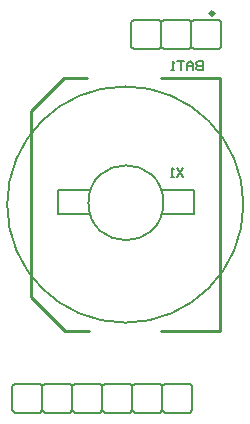
<source format=gbo>
G04*
G04 #@! TF.GenerationSoftware,Altium Limited,Altium Designer,18.1.7 (191)*
G04*
G04 Layer_Color=32896*
%FSLAX24Y24*%
%MOIN*%
G70*
G01*
G75*
%ADD10C,0.0100*%
%ADD12C,0.0079*%
%ADD48C,0.0118*%
D10*
X71496Y26014D02*
X73465D01*
X68268D02*
X69055D01*
X71496Y17589D02*
X73465D01*
X68307D02*
X69094D01*
X67165Y24754D02*
X67165Y24754D01*
X67165Y18730D02*
Y24911D01*
X67165Y18730D02*
X68307Y17589D01*
X67165Y24911D02*
X68268Y26014D01*
X73465Y17589D02*
Y26014D01*
D12*
X74252Y21801D02*
G03*
X74252Y21801I-3937J0D01*
G01*
X71583Y21860D02*
G03*
X71583Y21860I-1248J0D01*
G01*
X68061Y22283D02*
X69144D01*
X68061Y21476D02*
Y22283D01*
Y21476D02*
X69134D01*
X71516Y22283D02*
X72598D01*
Y21476D02*
Y22283D01*
X71526Y21476D02*
X72598D01*
X73433Y27953D02*
X73512Y27874D01*
X70512Y27067D02*
Y27874D01*
X71433Y26988D02*
X71512Y27067D01*
X70591Y26988D02*
X71433D01*
X70591Y27953D02*
X71433D01*
X71512Y27874D01*
X72433Y27953D02*
X72512Y27874D01*
X71591Y27953D02*
X72433D01*
X71512Y27874D02*
X71591Y27953D01*
X71512Y27067D02*
Y27874D01*
Y27067D02*
X71591Y26988D01*
X72433D01*
X72512Y27067D01*
Y27874D01*
X73512Y27067D02*
Y27874D01*
X73433Y26988D02*
X73512Y27067D01*
X72591Y26988D02*
X73433D01*
X72512Y27067D02*
X72591Y26988D01*
X72512Y27874D02*
X72591Y27953D01*
X73433D01*
X73512Y27874D01*
X70512Y27067D02*
X70591Y26988D01*
X70512Y27874D02*
X70591Y27953D01*
X69549Y14941D02*
X69628Y14862D01*
X72549Y14941D02*
Y15748D01*
X71549D02*
X71628Y15827D01*
X72470D01*
X71628Y14862D02*
X72470D01*
X71549Y14941D02*
X71628Y14862D01*
X70549Y14941D02*
X70628Y14862D01*
X71470D01*
X71549Y14941D01*
Y15748D01*
X71470Y15827D02*
X71549Y15748D01*
X70628Y15827D02*
X71470D01*
X70549Y15748D02*
X70628Y15827D01*
X70549Y14941D02*
Y15748D01*
X69549Y14941D02*
Y15748D01*
X69628Y15827D01*
X70470D01*
X70549Y15748D01*
X70470Y14862D02*
X70549Y14941D01*
X69628Y14862D02*
X70470D01*
X69549Y14941D02*
X69628Y14862D01*
X72470Y15827D02*
X72549Y15748D01*
X72470Y14862D02*
X72549Y14941D01*
X66547D02*
X66626Y14862D01*
X69547Y14941D02*
Y15748D01*
X68547D02*
X68626Y15827D01*
X69468D01*
X68626Y14862D02*
X69468D01*
X68547Y14941D02*
X68626Y14862D01*
X67547Y14941D02*
X67626Y14862D01*
X68468D01*
X68547Y14941D01*
Y15748D01*
X68468Y15827D02*
X68547Y15748D01*
X67626Y15827D02*
X68468D01*
X67547Y15748D02*
X67626Y15827D01*
X67547Y14941D02*
Y15748D01*
X66547Y14941D02*
Y15748D01*
X66626Y15827D01*
X67469D01*
X67547Y15748D01*
X67469Y14862D02*
X67547Y14941D01*
X66626Y14862D02*
X67469D01*
X66547Y14941D02*
X66626Y14862D01*
X69468Y15827D02*
X69547Y15748D01*
X69468Y14862D02*
X69547Y14941D01*
X72894Y26585D02*
Y26270D01*
X72736D01*
X72684Y26322D01*
Y26375D01*
X72736Y26427D01*
X72894D01*
X72736D01*
X72684Y26480D01*
Y26532D01*
X72736Y26585D01*
X72894D01*
X72579Y26270D02*
Y26480D01*
X72474Y26585D01*
X72369Y26480D01*
Y26270D01*
Y26427D01*
X72579D01*
X72264Y26585D02*
X72054D01*
X72159D01*
Y26270D01*
X71949D02*
X71844D01*
X71897D01*
Y26585D01*
X71949Y26532D01*
X72254Y23031D02*
X72044Y22717D01*
Y23031D02*
X72254Y22717D01*
X71939D02*
X71834D01*
X71887D01*
Y23031D01*
X71939Y22979D01*
D48*
X73271Y28170D02*
G03*
X73271Y28170I-59J0D01*
G01*
M02*

</source>
